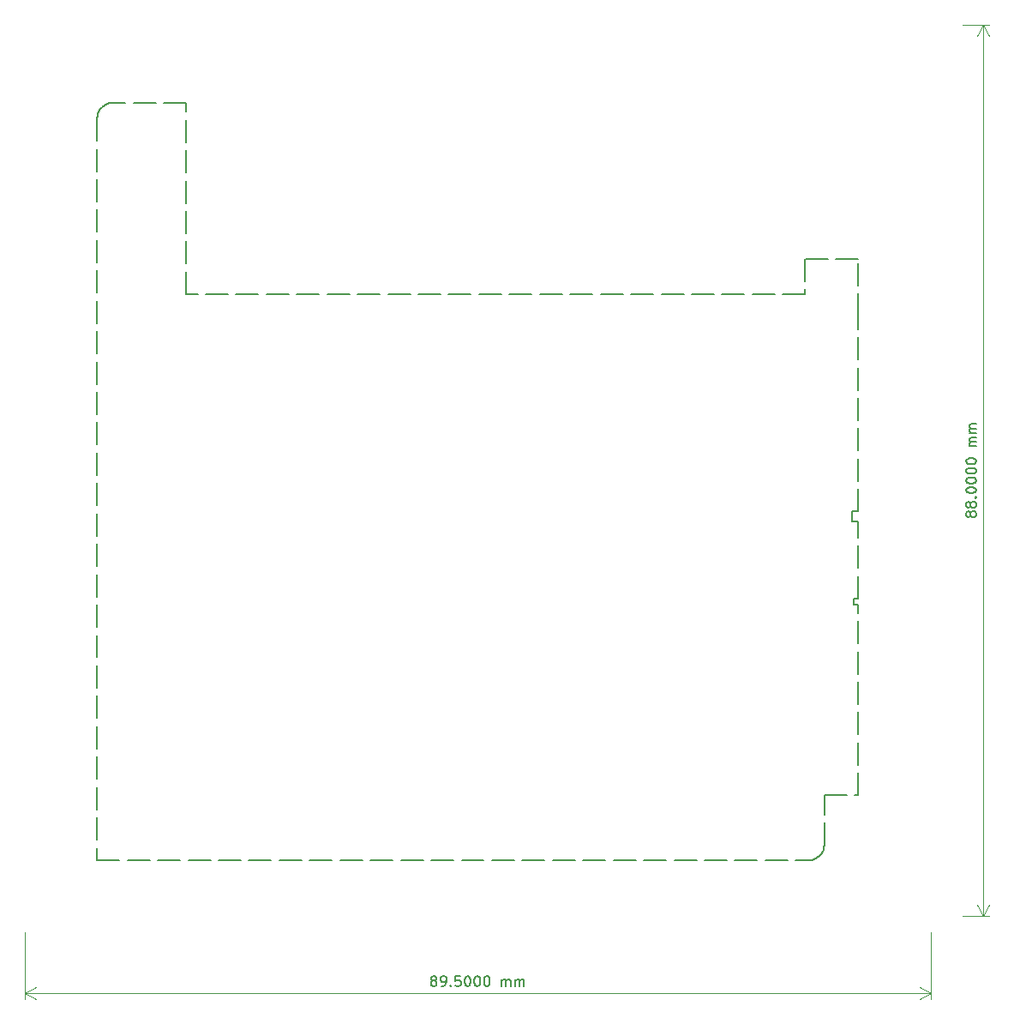
<source format=gbr>
%TF.GenerationSoftware,KiCad,Pcbnew,8.0.3-8.0.3-0~ubuntu22.04.1*%
%TF.CreationDate,2024-07-11T11:22:04+05:30*%
%TF.ProjectId,DUT_Interface_board_v0.2,4455545f-496e-4746-9572-666163655f62,rev?*%
%TF.SameCoordinates,Original*%
%TF.FileFunction,OtherDrawing,Comment*%
%FSLAX46Y46*%
G04 Gerber Fmt 4.6, Leading zero omitted, Abs format (unit mm)*
G04 Created by KiCad (PCBNEW 8.0.3-8.0.3-0~ubuntu22.04.1) date 2024-07-11 11:22:04*
%MOMM*%
%LPD*%
G01*
G04 APERTURE LIST*
%ADD10C,0.200000*%
%ADD11C,0.150000*%
%ADD12C,0.100000*%
G04 APERTURE END LIST*
D10*
X184182550Y-100033630D02*
X184582850Y-100033630D01*
X184582850Y-100033630D02*
X184582850Y-97833630D01*
X184582850Y-97033630D02*
X184582850Y-94833630D01*
X184582850Y-94033630D02*
X184582850Y-92457070D01*
X184582850Y-92457070D02*
X183969950Y-92457070D01*
X183969950Y-92457070D02*
X183969950Y-91441070D01*
X183969950Y-91441070D02*
X184573450Y-91441070D01*
X184573450Y-91441070D02*
X184573450Y-89241070D01*
X184573450Y-88441070D02*
X184573450Y-86241070D01*
X184573450Y-85441070D02*
X184573450Y-83241070D01*
X184573450Y-82441070D02*
X184573450Y-80241070D01*
X184573450Y-79441070D02*
X184573450Y-77241070D01*
X184573450Y-76441070D02*
X184573450Y-74241070D01*
X184573450Y-73441070D02*
X184573450Y-72139100D01*
X184573450Y-72139100D02*
X184574470Y-72139100D01*
X184574470Y-72139100D02*
X184574071Y-69939100D01*
X184573926Y-69139100D02*
X184573526Y-66939100D01*
X184573450Y-66519090D02*
X182373450Y-66519090D01*
X181573450Y-66519090D02*
X179373450Y-66519090D01*
X179337240Y-66519090D02*
X179337240Y-68719090D01*
X179337240Y-69519090D02*
X179337240Y-69983910D01*
X179337240Y-69983910D02*
X177137240Y-69983910D01*
X176337240Y-69983910D02*
X174137240Y-69983910D01*
X173337240Y-69983910D02*
X171137240Y-69983910D01*
X170337240Y-69983910D02*
X168137240Y-69983910D01*
X167337240Y-69983910D02*
X165137240Y-69983910D01*
X164337240Y-69983910D02*
X162137240Y-69983910D01*
X161337240Y-69983910D02*
X159137240Y-69983910D01*
X158337240Y-69983910D02*
X156137240Y-69983910D01*
X155337240Y-69983910D02*
X153137240Y-69983910D01*
X152337240Y-69983910D02*
X150137240Y-69983910D01*
X149337240Y-69983910D02*
X147137240Y-69983910D01*
X146337240Y-69983910D02*
X144137240Y-69983910D01*
X143337240Y-69983910D02*
X141137240Y-69983910D01*
X140337240Y-69983910D02*
X138137240Y-69983910D01*
X137337240Y-69983910D02*
X135137240Y-69983910D01*
X134337240Y-69983910D02*
X132137240Y-69983910D01*
X131337240Y-69983910D02*
X129137240Y-69983910D01*
X128337240Y-69983910D02*
X126137240Y-69983910D01*
X125337240Y-69983910D02*
X123137240Y-69983910D01*
X122337240Y-69983910D02*
X120137240Y-69983910D01*
X119337240Y-69983910D02*
X118197670Y-69983910D01*
X118197670Y-69983910D02*
X118197670Y-67783910D01*
X118197670Y-66983910D02*
X118197670Y-64783910D01*
X118197670Y-63983910D02*
X118197670Y-61783910D01*
X118197670Y-60983910D02*
X118197670Y-58783910D01*
X118197670Y-57983910D02*
X118197670Y-55783910D01*
X118197670Y-54983910D02*
X118197670Y-52783910D01*
X118197670Y-51983910D02*
X118197670Y-51124660D01*
X118197670Y-51124660D02*
X115997670Y-51124660D01*
X115197670Y-51124660D02*
X112997670Y-51124660D01*
X112197670Y-51124660D02*
X110933270Y-51124660D01*
X110933270Y-51124660D02*
X110637610Y-51153620D01*
X110637610Y-51153620D02*
X110365580Y-51234140D01*
X110365580Y-51234140D02*
X110129360Y-51353770D01*
X110129360Y-51353770D02*
X109913200Y-51516330D01*
X109913200Y-51516330D02*
X109728290Y-51715210D01*
X109728290Y-51715210D02*
X109583260Y-51941270D01*
X109583260Y-51941270D02*
X109482160Y-52182570D01*
X109482160Y-52182570D02*
X109426540Y-52418790D01*
X109426540Y-52418790D02*
X109409271Y-52648660D01*
X109409270Y-52648660D02*
X109409270Y-54848660D01*
X109409270Y-55648660D02*
X109409270Y-57848660D01*
X109409270Y-58648660D02*
X109409270Y-60848660D01*
X109409270Y-61648660D02*
X109409270Y-63848660D01*
X109409270Y-64648660D02*
X109409270Y-66848660D01*
X109409270Y-67648660D02*
X109409270Y-69848660D01*
X109409270Y-70648660D02*
X109409270Y-72848660D01*
X109409270Y-73648660D02*
X109409270Y-75848660D01*
X109409270Y-76648660D02*
X109409270Y-78848660D01*
X109409270Y-79648660D02*
X109409270Y-81848660D01*
X109409270Y-82648660D02*
X109409270Y-84848660D01*
X109409270Y-85648660D02*
X109409270Y-87848660D01*
X109409270Y-88648660D02*
X109409270Y-90848660D01*
X109409270Y-91648660D02*
X109409270Y-93848660D01*
X109409270Y-94648660D02*
X109409270Y-96848660D01*
X109409270Y-97648660D02*
X109409270Y-99848660D01*
X109409270Y-100648660D02*
X109409270Y-102848660D01*
X109409270Y-103648660D02*
X109409270Y-105848660D01*
X109409270Y-106648660D02*
X109409270Y-108848660D01*
X109409270Y-109648660D02*
X109409270Y-111848660D01*
X109409270Y-112648660D02*
X109409270Y-114848660D01*
X109409270Y-115648660D02*
X109409270Y-117848660D01*
X109409270Y-118648660D02*
X109409270Y-120848660D01*
X109409270Y-121648660D02*
X109409270Y-123848660D01*
X109409270Y-124648660D02*
X109409270Y-125875340D01*
X109409270Y-125875340D02*
X111609270Y-125875340D01*
X112409270Y-125875340D02*
X114609270Y-125875340D01*
X115409270Y-125875340D02*
X117609270Y-125875340D01*
X118409270Y-125875340D02*
X120609270Y-125875340D01*
X121409270Y-125875340D02*
X123609270Y-125875340D01*
X124409270Y-125875340D02*
X126609270Y-125875340D01*
X127409270Y-125875340D02*
X129609270Y-125875340D01*
X130409270Y-125875340D02*
X132609270Y-125875340D01*
X133409270Y-125875340D02*
X135609270Y-125875340D01*
X136409270Y-125875340D02*
X138609270Y-125875340D01*
X139409270Y-125875340D02*
X141609270Y-125875340D01*
X142409270Y-125875340D02*
X144609270Y-125875340D01*
X145409270Y-125875340D02*
X147609270Y-125875340D01*
X148409270Y-125875340D02*
X150609270Y-125875340D01*
X151409270Y-125875340D02*
X153609270Y-125875340D01*
X154409270Y-125875340D02*
X156609270Y-125875340D01*
X157409270Y-125875340D02*
X159609270Y-125875340D01*
X160409270Y-125875340D02*
X162609270Y-125875340D01*
X163409270Y-125875340D02*
X165609270Y-125875340D01*
X166409270Y-125875340D02*
X168609270Y-125875340D01*
X169409270Y-125875340D02*
X171609270Y-125875340D01*
X172409270Y-125875340D02*
X174609270Y-125875340D01*
X175409270Y-125875340D02*
X177609270Y-125875340D01*
X178409270Y-125875340D02*
X179704020Y-125875340D01*
X179704020Y-125875340D02*
X179999680Y-125846380D01*
X179999680Y-125846380D02*
X180271459Y-125765610D01*
X180271460Y-125765610D02*
X180507929Y-125645980D01*
X180507930Y-125645980D02*
X180724079Y-125483670D01*
X180724080Y-125483670D02*
X180908740Y-125284790D01*
X180908740Y-125284790D02*
X181054030Y-125058730D01*
X181054030Y-125058730D02*
X181155119Y-124817430D01*
X181155120Y-124817430D02*
X181210750Y-124581210D01*
X181210750Y-124581210D02*
X181228019Y-124351340D01*
X181228020Y-124351340D02*
X181228150Y-122151340D01*
X181228197Y-121351340D02*
X181228269Y-120118170D01*
X181228270Y-120118170D02*
X181228270Y-119465650D01*
X181228270Y-119465650D02*
X183428270Y-119465650D01*
X184228270Y-119465650D02*
X184590730Y-119465650D01*
X184590730Y-119465650D02*
X184590730Y-117265650D01*
X184590730Y-116465650D02*
X184590730Y-114265650D01*
X184590730Y-113465650D02*
X184590730Y-111265650D01*
X184590730Y-110465650D02*
X184590730Y-108265650D01*
X184590730Y-107465650D02*
X184590730Y-105265650D01*
X184590730Y-104465650D02*
X184590730Y-102265650D01*
X184590730Y-101465650D02*
X184590730Y-100682860D01*
X184590730Y-100682860D02*
X184182550Y-100682860D01*
X184182550Y-100682860D02*
X184182550Y-100033630D01*
D11*
X142571429Y-137733389D02*
X142476191Y-137685770D01*
X142476191Y-137685770D02*
X142428572Y-137638151D01*
X142428572Y-137638151D02*
X142380953Y-137542913D01*
X142380953Y-137542913D02*
X142380953Y-137495294D01*
X142380953Y-137495294D02*
X142428572Y-137400056D01*
X142428572Y-137400056D02*
X142476191Y-137352437D01*
X142476191Y-137352437D02*
X142571429Y-137304818D01*
X142571429Y-137304818D02*
X142761905Y-137304818D01*
X142761905Y-137304818D02*
X142857143Y-137352437D01*
X142857143Y-137352437D02*
X142904762Y-137400056D01*
X142904762Y-137400056D02*
X142952381Y-137495294D01*
X142952381Y-137495294D02*
X142952381Y-137542913D01*
X142952381Y-137542913D02*
X142904762Y-137638151D01*
X142904762Y-137638151D02*
X142857143Y-137685770D01*
X142857143Y-137685770D02*
X142761905Y-137733389D01*
X142761905Y-137733389D02*
X142571429Y-137733389D01*
X142571429Y-137733389D02*
X142476191Y-137781008D01*
X142476191Y-137781008D02*
X142428572Y-137828627D01*
X142428572Y-137828627D02*
X142380953Y-137923865D01*
X142380953Y-137923865D02*
X142380953Y-138114341D01*
X142380953Y-138114341D02*
X142428572Y-138209579D01*
X142428572Y-138209579D02*
X142476191Y-138257199D01*
X142476191Y-138257199D02*
X142571429Y-138304818D01*
X142571429Y-138304818D02*
X142761905Y-138304818D01*
X142761905Y-138304818D02*
X142857143Y-138257199D01*
X142857143Y-138257199D02*
X142904762Y-138209579D01*
X142904762Y-138209579D02*
X142952381Y-138114341D01*
X142952381Y-138114341D02*
X142952381Y-137923865D01*
X142952381Y-137923865D02*
X142904762Y-137828627D01*
X142904762Y-137828627D02*
X142857143Y-137781008D01*
X142857143Y-137781008D02*
X142761905Y-137733389D01*
X143428572Y-138304818D02*
X143619048Y-138304818D01*
X143619048Y-138304818D02*
X143714286Y-138257199D01*
X143714286Y-138257199D02*
X143761905Y-138209579D01*
X143761905Y-138209579D02*
X143857143Y-138066722D01*
X143857143Y-138066722D02*
X143904762Y-137876246D01*
X143904762Y-137876246D02*
X143904762Y-137495294D01*
X143904762Y-137495294D02*
X143857143Y-137400056D01*
X143857143Y-137400056D02*
X143809524Y-137352437D01*
X143809524Y-137352437D02*
X143714286Y-137304818D01*
X143714286Y-137304818D02*
X143523810Y-137304818D01*
X143523810Y-137304818D02*
X143428572Y-137352437D01*
X143428572Y-137352437D02*
X143380953Y-137400056D01*
X143380953Y-137400056D02*
X143333334Y-137495294D01*
X143333334Y-137495294D02*
X143333334Y-137733389D01*
X143333334Y-137733389D02*
X143380953Y-137828627D01*
X143380953Y-137828627D02*
X143428572Y-137876246D01*
X143428572Y-137876246D02*
X143523810Y-137923865D01*
X143523810Y-137923865D02*
X143714286Y-137923865D01*
X143714286Y-137923865D02*
X143809524Y-137876246D01*
X143809524Y-137876246D02*
X143857143Y-137828627D01*
X143857143Y-137828627D02*
X143904762Y-137733389D01*
X144333334Y-138209579D02*
X144380953Y-138257199D01*
X144380953Y-138257199D02*
X144333334Y-138304818D01*
X144333334Y-138304818D02*
X144285715Y-138257199D01*
X144285715Y-138257199D02*
X144333334Y-138209579D01*
X144333334Y-138209579D02*
X144333334Y-138304818D01*
X145285714Y-137304818D02*
X144809524Y-137304818D01*
X144809524Y-137304818D02*
X144761905Y-137781008D01*
X144761905Y-137781008D02*
X144809524Y-137733389D01*
X144809524Y-137733389D02*
X144904762Y-137685770D01*
X144904762Y-137685770D02*
X145142857Y-137685770D01*
X145142857Y-137685770D02*
X145238095Y-137733389D01*
X145238095Y-137733389D02*
X145285714Y-137781008D01*
X145285714Y-137781008D02*
X145333333Y-137876246D01*
X145333333Y-137876246D02*
X145333333Y-138114341D01*
X145333333Y-138114341D02*
X145285714Y-138209579D01*
X145285714Y-138209579D02*
X145238095Y-138257199D01*
X145238095Y-138257199D02*
X145142857Y-138304818D01*
X145142857Y-138304818D02*
X144904762Y-138304818D01*
X144904762Y-138304818D02*
X144809524Y-138257199D01*
X144809524Y-138257199D02*
X144761905Y-138209579D01*
X145952381Y-137304818D02*
X146047619Y-137304818D01*
X146047619Y-137304818D02*
X146142857Y-137352437D01*
X146142857Y-137352437D02*
X146190476Y-137400056D01*
X146190476Y-137400056D02*
X146238095Y-137495294D01*
X146238095Y-137495294D02*
X146285714Y-137685770D01*
X146285714Y-137685770D02*
X146285714Y-137923865D01*
X146285714Y-137923865D02*
X146238095Y-138114341D01*
X146238095Y-138114341D02*
X146190476Y-138209579D01*
X146190476Y-138209579D02*
X146142857Y-138257199D01*
X146142857Y-138257199D02*
X146047619Y-138304818D01*
X146047619Y-138304818D02*
X145952381Y-138304818D01*
X145952381Y-138304818D02*
X145857143Y-138257199D01*
X145857143Y-138257199D02*
X145809524Y-138209579D01*
X145809524Y-138209579D02*
X145761905Y-138114341D01*
X145761905Y-138114341D02*
X145714286Y-137923865D01*
X145714286Y-137923865D02*
X145714286Y-137685770D01*
X145714286Y-137685770D02*
X145761905Y-137495294D01*
X145761905Y-137495294D02*
X145809524Y-137400056D01*
X145809524Y-137400056D02*
X145857143Y-137352437D01*
X145857143Y-137352437D02*
X145952381Y-137304818D01*
X146904762Y-137304818D02*
X147000000Y-137304818D01*
X147000000Y-137304818D02*
X147095238Y-137352437D01*
X147095238Y-137352437D02*
X147142857Y-137400056D01*
X147142857Y-137400056D02*
X147190476Y-137495294D01*
X147190476Y-137495294D02*
X147238095Y-137685770D01*
X147238095Y-137685770D02*
X147238095Y-137923865D01*
X147238095Y-137923865D02*
X147190476Y-138114341D01*
X147190476Y-138114341D02*
X147142857Y-138209579D01*
X147142857Y-138209579D02*
X147095238Y-138257199D01*
X147095238Y-138257199D02*
X147000000Y-138304818D01*
X147000000Y-138304818D02*
X146904762Y-138304818D01*
X146904762Y-138304818D02*
X146809524Y-138257199D01*
X146809524Y-138257199D02*
X146761905Y-138209579D01*
X146761905Y-138209579D02*
X146714286Y-138114341D01*
X146714286Y-138114341D02*
X146666667Y-137923865D01*
X146666667Y-137923865D02*
X146666667Y-137685770D01*
X146666667Y-137685770D02*
X146714286Y-137495294D01*
X146714286Y-137495294D02*
X146761905Y-137400056D01*
X146761905Y-137400056D02*
X146809524Y-137352437D01*
X146809524Y-137352437D02*
X146904762Y-137304818D01*
X147857143Y-137304818D02*
X147952381Y-137304818D01*
X147952381Y-137304818D02*
X148047619Y-137352437D01*
X148047619Y-137352437D02*
X148095238Y-137400056D01*
X148095238Y-137400056D02*
X148142857Y-137495294D01*
X148142857Y-137495294D02*
X148190476Y-137685770D01*
X148190476Y-137685770D02*
X148190476Y-137923865D01*
X148190476Y-137923865D02*
X148142857Y-138114341D01*
X148142857Y-138114341D02*
X148095238Y-138209579D01*
X148095238Y-138209579D02*
X148047619Y-138257199D01*
X148047619Y-138257199D02*
X147952381Y-138304818D01*
X147952381Y-138304818D02*
X147857143Y-138304818D01*
X147857143Y-138304818D02*
X147761905Y-138257199D01*
X147761905Y-138257199D02*
X147714286Y-138209579D01*
X147714286Y-138209579D02*
X147666667Y-138114341D01*
X147666667Y-138114341D02*
X147619048Y-137923865D01*
X147619048Y-137923865D02*
X147619048Y-137685770D01*
X147619048Y-137685770D02*
X147666667Y-137495294D01*
X147666667Y-137495294D02*
X147714286Y-137400056D01*
X147714286Y-137400056D02*
X147761905Y-137352437D01*
X147761905Y-137352437D02*
X147857143Y-137304818D01*
X149380953Y-138304818D02*
X149380953Y-137638151D01*
X149380953Y-137733389D02*
X149428572Y-137685770D01*
X149428572Y-137685770D02*
X149523810Y-137638151D01*
X149523810Y-137638151D02*
X149666667Y-137638151D01*
X149666667Y-137638151D02*
X149761905Y-137685770D01*
X149761905Y-137685770D02*
X149809524Y-137781008D01*
X149809524Y-137781008D02*
X149809524Y-138304818D01*
X149809524Y-137781008D02*
X149857143Y-137685770D01*
X149857143Y-137685770D02*
X149952381Y-137638151D01*
X149952381Y-137638151D02*
X150095238Y-137638151D01*
X150095238Y-137638151D02*
X150190477Y-137685770D01*
X150190477Y-137685770D02*
X150238096Y-137781008D01*
X150238096Y-137781008D02*
X150238096Y-138304818D01*
X150714286Y-138304818D02*
X150714286Y-137638151D01*
X150714286Y-137733389D02*
X150761905Y-137685770D01*
X150761905Y-137685770D02*
X150857143Y-137638151D01*
X150857143Y-137638151D02*
X151000000Y-137638151D01*
X151000000Y-137638151D02*
X151095238Y-137685770D01*
X151095238Y-137685770D02*
X151142857Y-137781008D01*
X151142857Y-137781008D02*
X151142857Y-138304818D01*
X151142857Y-137781008D02*
X151190476Y-137685770D01*
X151190476Y-137685770D02*
X151285714Y-137638151D01*
X151285714Y-137638151D02*
X151428571Y-137638151D01*
X151428571Y-137638151D02*
X151523810Y-137685770D01*
X151523810Y-137685770D02*
X151571429Y-137781008D01*
X151571429Y-137781008D02*
X151571429Y-138304818D01*
D12*
X102250000Y-133000000D02*
X102250000Y-139586419D01*
X191750000Y-133000000D02*
X191750000Y-139586419D01*
X102250000Y-138999999D02*
X191750000Y-138999999D01*
X102250000Y-138999999D02*
X191750000Y-138999999D01*
X102250000Y-138999999D02*
X103376504Y-138413578D01*
X102250000Y-138999999D02*
X103376504Y-139586420D01*
X191750000Y-138999999D02*
X190623496Y-139586420D01*
X191750000Y-138999999D02*
X190623496Y-138413578D01*
D11*
X195663390Y-91818570D02*
X195615771Y-91913808D01*
X195615771Y-91913808D02*
X195568152Y-91961427D01*
X195568152Y-91961427D02*
X195472914Y-92009046D01*
X195472914Y-92009046D02*
X195425295Y-92009046D01*
X195425295Y-92009046D02*
X195330057Y-91961427D01*
X195330057Y-91961427D02*
X195282438Y-91913808D01*
X195282438Y-91913808D02*
X195234819Y-91818570D01*
X195234819Y-91818570D02*
X195234819Y-91628094D01*
X195234819Y-91628094D02*
X195282438Y-91532856D01*
X195282438Y-91532856D02*
X195330057Y-91485237D01*
X195330057Y-91485237D02*
X195425295Y-91437618D01*
X195425295Y-91437618D02*
X195472914Y-91437618D01*
X195472914Y-91437618D02*
X195568152Y-91485237D01*
X195568152Y-91485237D02*
X195615771Y-91532856D01*
X195615771Y-91532856D02*
X195663390Y-91628094D01*
X195663390Y-91628094D02*
X195663390Y-91818570D01*
X195663390Y-91818570D02*
X195711009Y-91913808D01*
X195711009Y-91913808D02*
X195758628Y-91961427D01*
X195758628Y-91961427D02*
X195853866Y-92009046D01*
X195853866Y-92009046D02*
X196044342Y-92009046D01*
X196044342Y-92009046D02*
X196139580Y-91961427D01*
X196139580Y-91961427D02*
X196187200Y-91913808D01*
X196187200Y-91913808D02*
X196234819Y-91818570D01*
X196234819Y-91818570D02*
X196234819Y-91628094D01*
X196234819Y-91628094D02*
X196187200Y-91532856D01*
X196187200Y-91532856D02*
X196139580Y-91485237D01*
X196139580Y-91485237D02*
X196044342Y-91437618D01*
X196044342Y-91437618D02*
X195853866Y-91437618D01*
X195853866Y-91437618D02*
X195758628Y-91485237D01*
X195758628Y-91485237D02*
X195711009Y-91532856D01*
X195711009Y-91532856D02*
X195663390Y-91628094D01*
X195663390Y-90866189D02*
X195615771Y-90961427D01*
X195615771Y-90961427D02*
X195568152Y-91009046D01*
X195568152Y-91009046D02*
X195472914Y-91056665D01*
X195472914Y-91056665D02*
X195425295Y-91056665D01*
X195425295Y-91056665D02*
X195330057Y-91009046D01*
X195330057Y-91009046D02*
X195282438Y-90961427D01*
X195282438Y-90961427D02*
X195234819Y-90866189D01*
X195234819Y-90866189D02*
X195234819Y-90675713D01*
X195234819Y-90675713D02*
X195282438Y-90580475D01*
X195282438Y-90580475D02*
X195330057Y-90532856D01*
X195330057Y-90532856D02*
X195425295Y-90485237D01*
X195425295Y-90485237D02*
X195472914Y-90485237D01*
X195472914Y-90485237D02*
X195568152Y-90532856D01*
X195568152Y-90532856D02*
X195615771Y-90580475D01*
X195615771Y-90580475D02*
X195663390Y-90675713D01*
X195663390Y-90675713D02*
X195663390Y-90866189D01*
X195663390Y-90866189D02*
X195711009Y-90961427D01*
X195711009Y-90961427D02*
X195758628Y-91009046D01*
X195758628Y-91009046D02*
X195853866Y-91056665D01*
X195853866Y-91056665D02*
X196044342Y-91056665D01*
X196044342Y-91056665D02*
X196139580Y-91009046D01*
X196139580Y-91009046D02*
X196187200Y-90961427D01*
X196187200Y-90961427D02*
X196234819Y-90866189D01*
X196234819Y-90866189D02*
X196234819Y-90675713D01*
X196234819Y-90675713D02*
X196187200Y-90580475D01*
X196187200Y-90580475D02*
X196139580Y-90532856D01*
X196139580Y-90532856D02*
X196044342Y-90485237D01*
X196044342Y-90485237D02*
X195853866Y-90485237D01*
X195853866Y-90485237D02*
X195758628Y-90532856D01*
X195758628Y-90532856D02*
X195711009Y-90580475D01*
X195711009Y-90580475D02*
X195663390Y-90675713D01*
X196139580Y-90056665D02*
X196187200Y-90009046D01*
X196187200Y-90009046D02*
X196234819Y-90056665D01*
X196234819Y-90056665D02*
X196187200Y-90104284D01*
X196187200Y-90104284D02*
X196139580Y-90056665D01*
X196139580Y-90056665D02*
X196234819Y-90056665D01*
X195234819Y-89389999D02*
X195234819Y-89294761D01*
X195234819Y-89294761D02*
X195282438Y-89199523D01*
X195282438Y-89199523D02*
X195330057Y-89151904D01*
X195330057Y-89151904D02*
X195425295Y-89104285D01*
X195425295Y-89104285D02*
X195615771Y-89056666D01*
X195615771Y-89056666D02*
X195853866Y-89056666D01*
X195853866Y-89056666D02*
X196044342Y-89104285D01*
X196044342Y-89104285D02*
X196139580Y-89151904D01*
X196139580Y-89151904D02*
X196187200Y-89199523D01*
X196187200Y-89199523D02*
X196234819Y-89294761D01*
X196234819Y-89294761D02*
X196234819Y-89389999D01*
X196234819Y-89389999D02*
X196187200Y-89485237D01*
X196187200Y-89485237D02*
X196139580Y-89532856D01*
X196139580Y-89532856D02*
X196044342Y-89580475D01*
X196044342Y-89580475D02*
X195853866Y-89628094D01*
X195853866Y-89628094D02*
X195615771Y-89628094D01*
X195615771Y-89628094D02*
X195425295Y-89580475D01*
X195425295Y-89580475D02*
X195330057Y-89532856D01*
X195330057Y-89532856D02*
X195282438Y-89485237D01*
X195282438Y-89485237D02*
X195234819Y-89389999D01*
X195234819Y-88437618D02*
X195234819Y-88342380D01*
X195234819Y-88342380D02*
X195282438Y-88247142D01*
X195282438Y-88247142D02*
X195330057Y-88199523D01*
X195330057Y-88199523D02*
X195425295Y-88151904D01*
X195425295Y-88151904D02*
X195615771Y-88104285D01*
X195615771Y-88104285D02*
X195853866Y-88104285D01*
X195853866Y-88104285D02*
X196044342Y-88151904D01*
X196044342Y-88151904D02*
X196139580Y-88199523D01*
X196139580Y-88199523D02*
X196187200Y-88247142D01*
X196187200Y-88247142D02*
X196234819Y-88342380D01*
X196234819Y-88342380D02*
X196234819Y-88437618D01*
X196234819Y-88437618D02*
X196187200Y-88532856D01*
X196187200Y-88532856D02*
X196139580Y-88580475D01*
X196139580Y-88580475D02*
X196044342Y-88628094D01*
X196044342Y-88628094D02*
X195853866Y-88675713D01*
X195853866Y-88675713D02*
X195615771Y-88675713D01*
X195615771Y-88675713D02*
X195425295Y-88628094D01*
X195425295Y-88628094D02*
X195330057Y-88580475D01*
X195330057Y-88580475D02*
X195282438Y-88532856D01*
X195282438Y-88532856D02*
X195234819Y-88437618D01*
X195234819Y-87485237D02*
X195234819Y-87389999D01*
X195234819Y-87389999D02*
X195282438Y-87294761D01*
X195282438Y-87294761D02*
X195330057Y-87247142D01*
X195330057Y-87247142D02*
X195425295Y-87199523D01*
X195425295Y-87199523D02*
X195615771Y-87151904D01*
X195615771Y-87151904D02*
X195853866Y-87151904D01*
X195853866Y-87151904D02*
X196044342Y-87199523D01*
X196044342Y-87199523D02*
X196139580Y-87247142D01*
X196139580Y-87247142D02*
X196187200Y-87294761D01*
X196187200Y-87294761D02*
X196234819Y-87389999D01*
X196234819Y-87389999D02*
X196234819Y-87485237D01*
X196234819Y-87485237D02*
X196187200Y-87580475D01*
X196187200Y-87580475D02*
X196139580Y-87628094D01*
X196139580Y-87628094D02*
X196044342Y-87675713D01*
X196044342Y-87675713D02*
X195853866Y-87723332D01*
X195853866Y-87723332D02*
X195615771Y-87723332D01*
X195615771Y-87723332D02*
X195425295Y-87675713D01*
X195425295Y-87675713D02*
X195330057Y-87628094D01*
X195330057Y-87628094D02*
X195282438Y-87580475D01*
X195282438Y-87580475D02*
X195234819Y-87485237D01*
X195234819Y-86532856D02*
X195234819Y-86437618D01*
X195234819Y-86437618D02*
X195282438Y-86342380D01*
X195282438Y-86342380D02*
X195330057Y-86294761D01*
X195330057Y-86294761D02*
X195425295Y-86247142D01*
X195425295Y-86247142D02*
X195615771Y-86199523D01*
X195615771Y-86199523D02*
X195853866Y-86199523D01*
X195853866Y-86199523D02*
X196044342Y-86247142D01*
X196044342Y-86247142D02*
X196139580Y-86294761D01*
X196139580Y-86294761D02*
X196187200Y-86342380D01*
X196187200Y-86342380D02*
X196234819Y-86437618D01*
X196234819Y-86437618D02*
X196234819Y-86532856D01*
X196234819Y-86532856D02*
X196187200Y-86628094D01*
X196187200Y-86628094D02*
X196139580Y-86675713D01*
X196139580Y-86675713D02*
X196044342Y-86723332D01*
X196044342Y-86723332D02*
X195853866Y-86770951D01*
X195853866Y-86770951D02*
X195615771Y-86770951D01*
X195615771Y-86770951D02*
X195425295Y-86723332D01*
X195425295Y-86723332D02*
X195330057Y-86675713D01*
X195330057Y-86675713D02*
X195282438Y-86628094D01*
X195282438Y-86628094D02*
X195234819Y-86532856D01*
X196234819Y-85009046D02*
X195568152Y-85009046D01*
X195663390Y-85009046D02*
X195615771Y-84961427D01*
X195615771Y-84961427D02*
X195568152Y-84866189D01*
X195568152Y-84866189D02*
X195568152Y-84723332D01*
X195568152Y-84723332D02*
X195615771Y-84628094D01*
X195615771Y-84628094D02*
X195711009Y-84580475D01*
X195711009Y-84580475D02*
X196234819Y-84580475D01*
X195711009Y-84580475D02*
X195615771Y-84532856D01*
X195615771Y-84532856D02*
X195568152Y-84437618D01*
X195568152Y-84437618D02*
X195568152Y-84294761D01*
X195568152Y-84294761D02*
X195615771Y-84199522D01*
X195615771Y-84199522D02*
X195711009Y-84151903D01*
X195711009Y-84151903D02*
X196234819Y-84151903D01*
X196234819Y-83675713D02*
X195568152Y-83675713D01*
X195663390Y-83675713D02*
X195615771Y-83628094D01*
X195615771Y-83628094D02*
X195568152Y-83532856D01*
X195568152Y-83532856D02*
X195568152Y-83389999D01*
X195568152Y-83389999D02*
X195615771Y-83294761D01*
X195615771Y-83294761D02*
X195711009Y-83247142D01*
X195711009Y-83247142D02*
X196234819Y-83247142D01*
X195711009Y-83247142D02*
X195615771Y-83199523D01*
X195615771Y-83199523D02*
X195568152Y-83104285D01*
X195568152Y-83104285D02*
X195568152Y-82961428D01*
X195568152Y-82961428D02*
X195615771Y-82866189D01*
X195615771Y-82866189D02*
X195711009Y-82818570D01*
X195711009Y-82818570D02*
X196234819Y-82818570D01*
D12*
X194930000Y-43390000D02*
X197516420Y-43390000D01*
X194930000Y-131390000D02*
X197516420Y-131390000D01*
X196930000Y-43390000D02*
X196930000Y-131390000D01*
X196930000Y-43390000D02*
X196930000Y-131390000D01*
X196930000Y-43390000D02*
X197516421Y-44516504D01*
X196930000Y-43390000D02*
X196343579Y-44516504D01*
X196930000Y-131390000D02*
X196343579Y-130263496D01*
X196930000Y-131390000D02*
X197516421Y-130263496D01*
M02*

</source>
